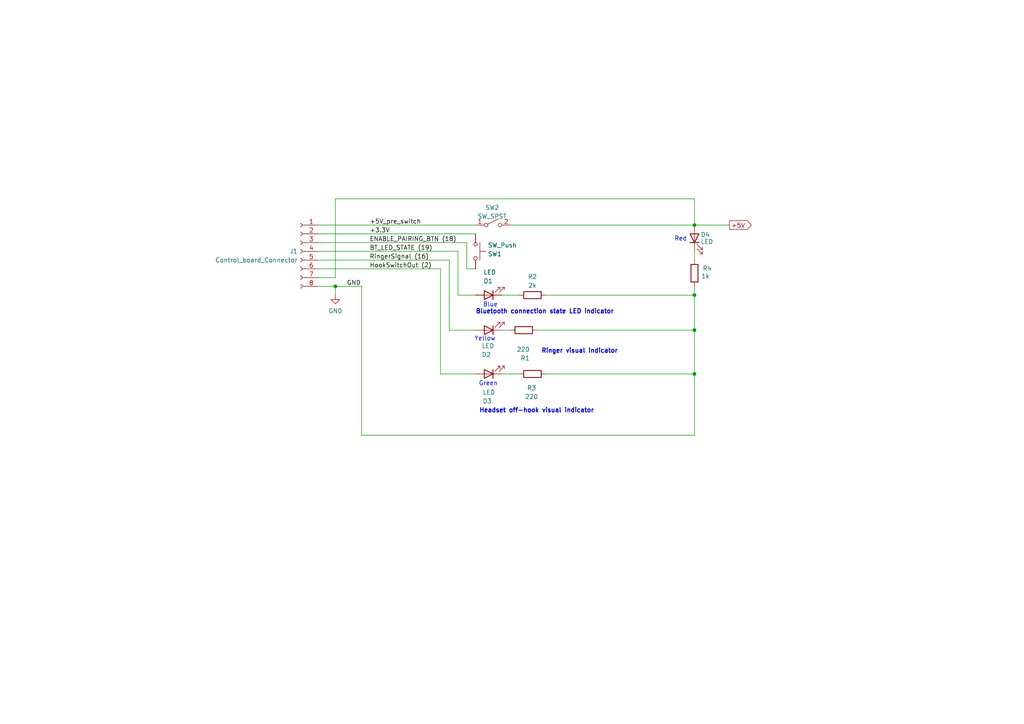
<source format=kicad_sch>
(kicad_sch (version 20230121) (generator eeschema)
  (paper "A4")
  (title_block (title "GPO-746-Bluetooth-conversion Control board") (date "2023-09-04") (rev "1.0.0") (company "Vlad Balmos"))
  (lib_symbols
    (symbol "Connector:Conn_01x08_Socket" (pin_names (offset 1.016) hide)
      (property "Reference" "J" (at 0 10.16 0))
      (property "Value" "Conn_01x08_Socket" (at 0 -12.7 0))
      (symbol "Conn_01x08_Socket_1_1"
        (arc (start 0 -9.652) (mid -0.5058 -10.16) (end 0 -10.668) (stroke (width 0.1524)))
        (arc (start 0 -7.112) (mid -0.5058 -7.62) (end 0 -8.128) (stroke (width 0.1524)))
        (arc (start 0 -4.572) (mid -0.5058 -5.08) (end 0 -5.588) (stroke (width 0.1524)))
        (arc (start 0 -2.032) (mid -0.5058 -2.54) (end 0 -3.048) (stroke (width 0.1524)))
        (polyline (pts (xy -1.27 -10.16) (xy -0.508 -10.16)) (stroke (width 0.1524)))
        (polyline (pts (xy -1.27 -7.62) (xy -0.508 -7.62)) (stroke (width 0.1524)))
        (polyline (pts (xy -1.27 -5.08) (xy -0.508 -5.08)) (stroke (width 0.1524)))
        (polyline (pts (xy -1.27 -2.54) (xy -0.508 -2.54)) (stroke (width 0.1524)))
        (polyline (pts (xy -1.27 0) (xy -0.508 0)) (stroke (width 0.1524)))
        (polyline (pts (xy -1.27 2.54) (xy -0.508 2.54)) (stroke (width 0.1524)))
        (polyline (pts (xy -1.27 5.08) (xy -0.508 5.08)) (stroke (width 0.1524)))
        (polyline (pts (xy -1.27 7.62) (xy -0.508 7.62)) (stroke (width 0.1524)))
        (arc (start 0 0.508) (mid -0.5058 0) (end 0 -0.508) (stroke (width 0.1524)))
        (arc (start 0 3.048) (mid -0.5058 2.54) (end 0 2.032) (stroke (width 0.1524)))
        (arc (start 0 5.588) (mid -0.5058 5.08) (end 0 4.572) (stroke (width 0.1524)))
        (arc (start 0 8.128) (mid -0.5058 7.62) (end 0 7.112) (stroke (width 0.1524)))
        (pin passive line (at -5.08 7.62 0) (length 3.81) (name "Pin_1") (number "1"))
        (pin passive line (at -5.08 5.08 0) (length 3.81) (name "Pin_2") (number "2"))
        (pin passive line (at -5.08 2.54 0) (length 3.81) (name "Pin_3") (number "3"))
        (pin passive line (at -5.08 0 0) (length 3.81) (name "Pin_4") (number "4"))
        (pin passive line (at -5.08 -2.54 0) (length 3.81) (name "Pin_5") (number "5"))
        (pin passive line (at -5.08 -5.08 0) (length 3.81) (name "Pin_6") (number "6"))
        (pin passive line (at -5.08 -7.62 0) (length 3.81) (name "Pin_7") (number "7"))
        (pin passive line (at -5.08 -10.16 0) (length 3.81) (name "Pin_8") (number "8"))
      )
    )
    (symbol "Device:LED" (pin_numbers hide) (pin_names (offset 1.016) hide)
      (property "Reference" "D" (at 0 2.54 0))
      (property "Value" "LED" (at 0 -2.54 0))
      (symbol "LED_0_1"
        (polyline (pts (xy -1.27 -1.27) (xy -1.27 1.27)) (stroke (width 0.254)))
        (polyline (pts (xy -1.27 0) (xy 1.27 0)))
        (polyline (pts (xy 1.27 -1.27) (xy 1.27 1.27) (xy -1.27 0) (xy 1.27 -1.27)) (stroke (width 0.254)))
        (polyline (pts (xy -3.048 -0.762) (xy -4.572 -2.286) (xy -3.81 -2.286) (xy -4.572 -2.286) (xy -4.572 -1.524)))
        (polyline (pts (xy -1.778 -0.762) (xy -3.302 -2.286) (xy -2.54 -2.286) (xy -3.302 -2.286) (xy -3.302 -1.524)))
      )
      (symbol "LED_1_1"
        (pin passive line (at -3.81 0 0) (length 2.54) (name "K") (number "1"))
        (pin passive line (at 3.81 0 180) (length 2.54) (name "A") (number "2"))
      )
    )
    (symbol "Device:R" (pin_numbers hide) (pin_names (offset 0))
      (property "Reference" "R" (at 2.032 0 90))
      (property "Value" "R" (at 0 0 90))
      (symbol "R_0_1"
        (rectangle (start -1.016 -2.54) (end 1.016 2.54) (stroke (width 0.254)))
      )
      (symbol "R_1_1"
        (pin passive line (at 0 3.81 270) (length 1.27) (name "~") (number "1"))
        (pin passive line (at 0 -3.81 90) (length 1.27) (name "~") (number "2"))
      )
    )
    (symbol "Switch:SW_Push" (pin_numbers hide) (pin_names (offset 1.016) hide)
      (property "Reference" "SW" (at 1.27 2.54 0))
      (property "Value" "SW_Push" (at 0 -1.524 0))
      (symbol "SW_Push_0_1"
        (circle (center -2.032 0) (radius 0.508))
        (polyline (pts (xy 0 1.27) (xy 0 3.048)))
        (polyline (pts (xy 2.54 1.27) (xy -2.54 1.27)))
        (circle (center 2.032 0) (radius 0.508))
        (pin passive line (at -5.08 0 0) (length 2.54) (name "1") (number "1"))
        (pin passive line (at 5.08 0 180) (length 2.54) (name "2") (number "2"))
      )
    )
    (symbol "Switch:SW_SPST" (pin_names (offset 0) hide)
      (property "Reference" "SW" (at 0 3.175 0))
      (property "Value" "SW_SPST" (at 0 -2.54 0))
      (symbol "SW_SPST_0_0"
        (circle (center -2.032 0) (radius 0.508))
        (polyline (pts (xy -1.524 0.254) (xy 1.524 1.778)))
        (circle (center 2.032 0) (radius 0.508))
      )
      (symbol "SW_SPST_1_1"
        (pin passive line (at -5.08 0 0) (length 2.54) (name "A") (number "1"))
        (pin passive line (at 5.08 0 180) (length 2.54) (name "B") (number "2"))
      )
    )
    (symbol "power:GND" (power) (pin_names (offset 0))
      (property "Value" "GND" (at 0 -3.81 0))
      (symbol "GND_0_1"
        (polyline (pts (xy 0 0) (xy 0 -1.27) (xy 1.27 -1.27) (xy 0 -2.54) (xy -1.27 -1.27) (xy 0 -1.27)))
      )
      (symbol "GND_1_1"
        (pin power_in line (at 0 0 270) (length 0) hide (name "GND") (number "1"))
      )
    )
  )
  (junction (at 97.282 83.058))
  (junction (at 201.422 108.458))
  (junction (at 201.422 95.758))
  (junction (at 201.422 65.278))
  (junction (at 201.422 85.598))
  (wire (pts (xy 127.762 77.978) (xy 127.762 108.458)))
  (wire (pts (xy 92.202 80.518) (xy 97.282 80.518)))
  (wire (pts (xy 150.622 108.458) (xy 145.542 108.458)))
  (wire (pts (xy 92.202 75.438) (xy 130.302 75.438)))
  (wire (pts (xy 130.302 75.438) (xy 130.302 95.758)))
  (wire (pts (xy 130.302 95.758) (xy 137.922 95.758)))
  (wire (pts (xy 132.842 85.598) (xy 137.922 85.598)))
  (wire (pts (xy 92.202 83.058) (xy 97.282 83.058)))
  (wire (pts (xy 132.842 72.898) (xy 132.842 85.598)))
  (wire (pts (xy 104.902 83.058) (xy 104.902 126.238)))
  (wire (pts (xy 158.242 108.458) (xy 201.422 108.458)))
  (wire (pts (xy 104.902 126.238) (xy 201.422 126.238)))
  (wire (pts (xy 201.422 85.598) (xy 201.422 95.758)))
  (wire (pts (xy 145.542 95.758) (xy 148.082 95.758)))
  (wire (pts (xy 158.242 85.598) (xy 201.422 85.598)))
  (wire (pts (xy 92.202 77.978) (xy 127.762 77.978)))
  (wire (pts (xy 201.422 95.758) (xy 201.422 108.458)))
  (wire (pts (xy 92.202 72.898) (xy 132.842 72.898)))
  (wire (pts (xy 201.422 72.898) (xy 201.422 75.438)))
  (wire (pts (xy 201.422 57.658) (xy 201.422 65.278)))
  (wire (pts (xy 150.622 85.598) (xy 145.542 85.598)))
  (wire (pts (xy 92.202 70.358) (xy 135.382 70.358)))
  (wire (pts (xy 97.282 83.058) (xy 97.282 85.598)))
  (wire (pts (xy 201.422 65.278) (xy 211.582 65.278)))
  (wire (pts (xy 97.282 57.658) (xy 201.422 57.658)))
  (wire (pts (xy 135.382 70.358) (xy 135.382 77.978)))
  (wire (pts (xy 92.202 67.818) (xy 137.922 67.818)))
  (wire (pts (xy 155.702 95.758) (xy 201.422 95.758)))
  (wire (pts (xy 127.762 108.458) (xy 137.922 108.458)))
  (wire (pts (xy 135.382 77.978) (xy 137.922 77.978)))
  (wire (pts (xy 201.422 83.058) (xy 201.422 85.598)))
  (wire (pts (xy 92.202 65.278) (xy 137.922 65.278)))
  (wire (pts (xy 148.082 65.278) (xy 201.422 65.278)))
  (wire (pts (xy 201.422 108.458) (xy 201.422 126.238)))
  (wire (pts (xy 97.282 83.058) (xy 104.902 83.058)))
  (wire (pts (xy 97.282 57.658) (xy 97.282 80.518)))
  (text "Headset off-hook visual indicator" (at 138.938 119.888 0) (effects (font (size 1.27 1.27) (thickness 0.254) bold) (justify left bottom)))
  (text "Yellow" (at 143.764 99.06 0) (effects (font (size 1.27 1.27)) (justify right bottom)))
  (text "Blue" (at 144.4244 89.2048 0) (effects (font (size 1.27 1.27)) (justify right bottom)))
  (text "Bluetooth connection state LED indicator" (at 137.922 91.186 0) (effects (font (size 1.27 1.27) (thickness 0.254) bold) (justify left bottom)))
  (text "Red" (at 195.58 70.104 0) (effects (font (size 1.27 1.27)) (justify left bottom)))
  (text "Green" (at 144.4244 112.0648 0) (effects (font (size 1.27 1.27)) (justify right bottom)))
  (text "Ringer visual indicator" (at 156.972 102.616 0) (effects (font (size 1.27 1.27) (thickness 0.254) bold) (justify left bottom)))
  (label "+3.3V" (at 107.188 67.818 0))
  (label "RingerSignal (16)" (at 107.188 75.438 0))
  (label "BT_LED_STATE (19)" (at 107.188 72.898 0))
  (label "ENABLE_PAIRING_BTN (18)" (at 107.188 70.358 0))
  (label "GND" (at 100.584 83.058 0))
  (label "HookSwitchOut (2)" (at 107.188 77.978 0))
  (label "+5V_pre_switch" (at 107.188 65.278 0))
  (global_label "+5V" (shape output) (at 211.582 65.278 0) (property "Intersheetrefs" "${INTERSHEET_REFS}" (effects hide)))
  (symbol (lib_id "Switch:SW_SPST") (at 143.002 65.278 0) (unit 1)
    (property "Reference" "SW2" (at 142.748 60.198 0))
    (property "Value" "SW_SPST" (at 142.748 62.738 0))
    (property "Footprint" "Connector_PinHeader_2.54mm:PinHeader_1x02_P2.54mm_Vertical" (effects hide))
  )
  (symbol (lib_id "Device:LED") (at 141.732 85.598 180) (unit 1)
    (property "Reference" "D1" (at 140.208 81.534 0) (effects (justify right)))
    (property "Value" "LED" (at 140.208 78.994 0) (effects (justify right)))
    (property "Footprint" "LED_THT:LED_D5.0mm" (effects hide))
  )
  (symbol (lib_id "Switch:SW_Push") (at 137.922 72.898 270) (unit 1)
    (property "Reference" "SW1" (at 141.478 73.66 90) (effects (justify left)))
    (property "Value" "SW_Push" (at 141.478 71.12 90) (effects (justify left)))
    (property "Footprint" "Button_Switch_THT:SW_PUSH_6mm_H5mm" (effects hide))
  )
  (symbol (lib_id "Device:R") (at 201.422 79.248 0) (unit 1)
    (property "Reference" "R4" (at 205.105 77.851 0))
    (property "Value" "1k" (at 204.597 80.137 0))
    (property "Footprint" "Resistor_THT:R_Axial_DIN0207_L6.3mm_D2.5mm_P10.16mm_Horizontal" (effects hide))
  )
  (symbol (lib_id "Device:LED") (at 201.422 69.088 90) (unit 1)
    (property "Reference" "D4" (at 203.2 68.072 90) (effects (justify right)))
    (property "Value" "LED" (at 203.2 70.104 90) (effects (justify right)))
    (property "Footprint" "LED_THT:LED_D5.0mm" (effects hide))
  )
  (symbol (lib_id "Device:R") (at 151.892 95.758 90) (unit 1)
    (property "Reference" "R1" (at 153.67 103.886 90) (effects (justify left)))
    (property "Value" "220" (at 153.67 101.346 90) (effects (justify left)))
    (property "Footprint" "Resistor_THT:R_Axial_DIN0207_L6.3mm_D2.5mm_P10.16mm_Horizontal" (effects hide))
  )
  (symbol (lib_id "Device:LED") (at 141.732 108.458 180) (unit 1)
    (property "Reference" "D3" (at 139.954 116.332 0) (effects (justify right)))
    (property "Value" "LED" (at 139.954 113.792 0) (effects (justify right)))
    (property "Footprint" "LED_THT:LED_D5.0mm" (effects hide))
  )
  (symbol (lib_id "Device:LED") (at 141.732 95.758 180) (unit 1)
    (property "Reference" "D2" (at 139.7 102.87 0) (effects (justify right)))
    (property "Value" "LED" (at 139.7 100.33 0) (effects (justify right)))
    (property "Footprint" "LED_THT:LED_D5.0mm" (effects hide))
  )
  (symbol (lib_id "Device:R") (at 154.432 85.598 90) (unit 1)
    (property "Reference" "R2" (at 154.432 80.264 90))
    (property "Value" "2k" (at 154.432 82.804 90))
    (property "Footprint" "Resistor_THT:R_Axial_DIN0207_L6.3mm_D2.5mm_P10.16mm_Horizontal" (effects hide))
  )
  (symbol (lib_id "Connector:Conn_01x08_Socket") (at 87.122 72.898 0) (mirror y) (unit 1)
    (property "Reference" "J1" (at 86.36 72.898 0) (effects (justify left)))
    (property "Value" "Control_board_Connector" (at 86.36 75.438 0) (effects (justify left)))
    (property "Footprint" "Connector_PinSocket_2.54mm:PinSocket_1x08_P2.54mm_Vertical" (effects hide))
  )
  (symbol (lib_id "Device:R") (at 154.432 108.458 90) (unit 1)
    (property "Reference" "R3" (at 154.178 112.522 90))
    (property "Value" "220" (at 154.178 115.062 90))
    (property "Footprint" "Resistor_THT:R_Axial_DIN0207_L6.3mm_D2.5mm_P10.16mm_Horizontal" (effects hide))
  )
  (symbol (lib_id "power:GND") (at 97.282 85.598 0) (unit 1)
    (property "Reference" "#PWR01" (effects hide))
    (property "Value" "GND" (at 97.282 90.17 0))
  )
)
</source>
